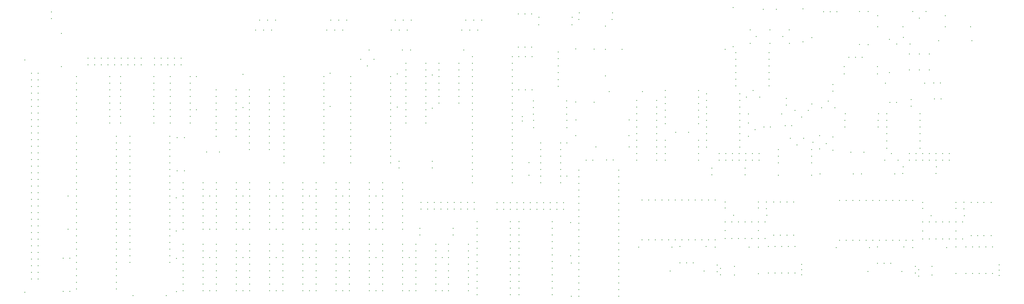
<source format=gbo>
%TF.GenerationSoftware,KiCad,Pcbnew,8.0.6+1*%
%TF.CreationDate,2024-12-23T15:37:46+01:00*%
%TF.ProjectId,Issue_6,49737375-655f-4362-9e6b-696361645f70,0*%
%TF.SameCoordinates,Original*%
%TF.FileFunction,Legend,Bot*%
%TF.FilePolarity,Positive*%
%FSLAX46Y46*%
G04 Gerber Fmt 4.6, Leading zero omitted, Abs format (unit mm)*
G04 Created by KiCad (PCBNEW 8.0.6+1) date 2024-12-23 15:37:46*
%MOMM*%
%LPD*%
G01*
G04 APERTURE LIST*
%ADD10C,0.350000*%
G04 APERTURE END LIST*
D10*
X344805000Y-94488000D03*
X344805000Y-107061000D03*
X85725000Y-114845000D03*
X85725000Y-112305000D03*
X83185000Y-114845000D03*
X83185000Y-112305000D03*
X80645000Y-114845000D03*
X80645000Y-112305000D03*
X78105000Y-114845000D03*
X78105000Y-112305000D03*
X75565000Y-114845000D03*
X75565000Y-112305000D03*
X70485000Y-114845000D03*
X70485000Y-112305000D03*
X67945000Y-114845000D03*
X67945000Y-112305000D03*
X65405000Y-114845000D03*
X65405000Y-112305000D03*
X62865000Y-114845000D03*
X62865000Y-112305000D03*
X60325000Y-114845000D03*
X60325000Y-112305000D03*
X57785000Y-114845000D03*
X57785000Y-112305000D03*
X55245000Y-114845000D03*
X55245000Y-112305000D03*
X52705000Y-114845000D03*
X52705000Y-112305000D03*
X50165000Y-114845000D03*
X50165000Y-112305000D03*
X323215000Y-106045000D03*
X323215000Y-93472000D03*
X351703000Y-96092000D03*
X351703000Y-100283000D03*
X361355000Y-100283000D03*
X377571000Y-96092000D03*
X377571000Y-100283000D03*
X387223000Y-100283000D03*
X276225000Y-190683000D03*
X278765000Y-190683000D03*
X281305000Y-190683000D03*
X58420000Y-137160000D03*
X45720000Y-137160000D03*
X358902000Y-129286000D03*
X356402000Y-129286000D03*
X297585000Y-115310000D03*
X310285000Y-115310000D03*
X211455000Y-185039000D03*
X198755000Y-185039000D03*
X283337000Y-137414000D03*
X270637000Y-137414000D03*
X347980000Y-193929000D03*
X360934000Y-193929000D03*
X227457000Y-182499000D03*
X214757000Y-182499000D03*
X368935000Y-175006000D03*
X371475000Y-175006000D03*
X374015000Y-175006000D03*
X376555000Y-175006000D03*
X379095000Y-175006000D03*
X381635000Y-175006000D03*
X384175000Y-175006000D03*
X244094000Y-146304000D03*
X256794000Y-146304000D03*
X233045000Y-138938000D03*
X220345000Y-138938000D03*
X227457000Y-195199000D03*
X214757000Y-195199000D03*
X398145000Y-191453000D03*
X398145000Y-193453000D03*
X398145000Y-195453000D03*
X227457000Y-185039000D03*
X214757000Y-185039000D03*
X137287000Y-160020000D03*
X137287000Y-162560000D03*
X137287000Y-165100000D03*
X137287000Y-167640000D03*
X137287000Y-170180000D03*
X137287000Y-172720000D03*
X137287000Y-175260000D03*
X137287000Y-177800000D03*
X144907000Y-177800000D03*
X144907000Y-175260000D03*
X144907000Y-172720000D03*
X144907000Y-170180000D03*
X144907000Y-167640000D03*
X144907000Y-165100000D03*
X144907000Y-162560000D03*
X144907000Y-160020000D03*
X235077000Y-96647000D03*
X222377000Y-96647000D03*
X373166000Y-121793000D03*
X375666000Y-121793000D03*
X75311000Y-134620000D03*
X62611000Y-134620000D03*
X306197000Y-167386000D03*
X293497000Y-167386000D03*
X147447000Y-201295000D03*
X147447000Y-188595000D03*
X290449000Y-191516000D03*
X290449000Y-191516000D03*
X291719000Y-192786000D03*
X291719000Y-192786000D03*
X290449000Y-194056000D03*
X290449000Y-194056000D03*
X291719000Y-195199000D03*
X291719000Y-195199000D03*
X355219000Y-141224000D03*
X367919000Y-141224000D03*
X286385000Y-143764000D03*
X299085000Y-143764000D03*
X234950000Y-99568000D03*
X222250000Y-99568000D03*
X319659000Y-180086000D03*
X319659000Y-167386000D03*
X329565000Y-147066000D03*
X327025000Y-144526000D03*
X329565000Y-141986000D03*
X297585000Y-120390000D03*
X310285000Y-120390000D03*
X220218000Y-128651000D03*
X232918000Y-128651000D03*
X227457000Y-197739000D03*
X214757000Y-197739000D03*
X175387000Y-183515000D03*
X175387000Y-186055000D03*
X175387000Y-188595000D03*
X175387000Y-191135000D03*
X175387000Y-193675000D03*
X175387000Y-196215000D03*
X175387000Y-198755000D03*
X175387000Y-201295000D03*
X183007000Y-201295000D03*
X183007000Y-198755000D03*
X183007000Y-196215000D03*
X183007000Y-193675000D03*
X183007000Y-191135000D03*
X183007000Y-188595000D03*
X183007000Y-186055000D03*
X183007000Y-183515000D03*
X217170000Y-124460000D03*
X217170000Y-111760000D03*
X326517000Y-152400000D03*
X313817000Y-152400000D03*
X313817000Y-149860000D03*
X326517000Y-149860000D03*
X315087000Y-133705600D03*
X302387000Y-133705600D03*
X137287000Y-183515000D03*
X137287000Y-186055000D03*
X137287000Y-188595000D03*
X137287000Y-191135000D03*
X137287000Y-193675000D03*
X137287000Y-196215000D03*
X137287000Y-198755000D03*
X137287000Y-201295000D03*
X144907000Y-201295000D03*
X144907000Y-198755000D03*
X144907000Y-196215000D03*
X144907000Y-193675000D03*
X144907000Y-191135000D03*
X144907000Y-188595000D03*
X144907000Y-186055000D03*
X144907000Y-183515000D03*
X96647000Y-201295000D03*
X96647000Y-188595000D03*
X395097000Y-180213000D03*
X395097000Y-167513000D03*
X288417000Y-156972000D03*
X301117000Y-156972000D03*
X326567800Y-104444800D03*
X326567800Y-129844800D03*
X172847000Y-201295000D03*
X172847000Y-188595000D03*
X192913000Y-101600000D03*
X194437000Y-97790000D03*
X195961000Y-101600000D03*
X197485000Y-97790000D03*
X199009000Y-101600000D03*
X200533000Y-97790000D03*
X309245000Y-167335200D03*
X309245000Y-169875200D03*
X40005000Y-115570000D03*
X40005000Y-102870000D03*
X306197000Y-184650000D03*
X306197000Y-194810000D03*
X370205000Y-94488000D03*
X367665000Y-97028000D03*
X365125000Y-94488000D03*
X181610000Y-118745000D03*
X181610000Y-131445000D03*
X219583000Y-95377000D03*
X219583000Y-108077000D03*
X291211000Y-148844000D03*
X293751000Y-148844000D03*
X296291000Y-148844000D03*
X298831000Y-148844000D03*
X301371000Y-148844000D03*
X303911000Y-148844000D03*
X306451000Y-148844000D03*
X291211000Y-151384000D03*
X293751000Y-151384000D03*
X296291000Y-151384000D03*
X298831000Y-151384000D03*
X301371000Y-151384000D03*
X303911000Y-151384000D03*
X306451000Y-151384000D03*
X211455000Y-182499000D03*
X198755000Y-182499000D03*
X308269000Y-138684000D03*
X310769000Y-138684000D03*
X312039000Y-180086000D03*
X312039000Y-167386000D03*
X75184000Y-129540000D03*
X62484000Y-129540000D03*
X368935000Y-169799000D03*
X381635000Y-169799000D03*
X286385000Y-138684000D03*
X299085000Y-138684000D03*
X214757000Y-179959000D03*
X227457000Y-179959000D03*
X270637000Y-124714000D03*
X283337000Y-124714000D03*
X334645000Y-147574000D03*
X332105000Y-145034000D03*
X334645000Y-142494000D03*
X45720000Y-142240000D03*
X45720000Y-144780000D03*
X45720000Y-147320000D03*
X45720000Y-149860000D03*
X45720000Y-152400000D03*
X45720000Y-154940000D03*
X45720000Y-157480000D03*
X45720000Y-160020000D03*
X45720000Y-162560000D03*
X45720000Y-165100000D03*
X45720000Y-167640000D03*
X45720000Y-170180000D03*
X45720000Y-172720000D03*
X45720000Y-175260000D03*
X45720000Y-177800000D03*
X45720000Y-180340000D03*
X45720000Y-182880000D03*
X45720000Y-185420000D03*
X45720000Y-187960000D03*
X45720000Y-190500000D03*
X45720000Y-193040000D03*
X45720000Y-195580000D03*
X45720000Y-198120000D03*
X45720000Y-200660000D03*
X60960000Y-200660000D03*
X60960000Y-198120000D03*
X60960000Y-195580000D03*
X60960000Y-193040000D03*
X60960000Y-190500000D03*
X60960000Y-187960000D03*
X60960000Y-185420000D03*
X60960000Y-182880000D03*
X60960000Y-180340000D03*
X60960000Y-177800000D03*
X60960000Y-175260000D03*
X60960000Y-172720000D03*
X60960000Y-170180000D03*
X60960000Y-167640000D03*
X60960000Y-165100000D03*
X60960000Y-162560000D03*
X60960000Y-160020000D03*
X60960000Y-157480000D03*
X60960000Y-154940000D03*
X60960000Y-152400000D03*
X60960000Y-149860000D03*
X60960000Y-147320000D03*
X60960000Y-144780000D03*
X60960000Y-142240000D03*
X361442000Y-153924000D03*
X374142000Y-153924000D03*
X259715000Y-128524000D03*
X259715000Y-131064000D03*
X259715000Y-133604000D03*
X259715000Y-136144000D03*
X259715000Y-138684000D03*
X259715000Y-141224000D03*
X259715000Y-143764000D03*
X259715000Y-146304000D03*
X259715000Y-148844000D03*
X259715000Y-151384000D03*
X267335000Y-151384000D03*
X267335000Y-148844000D03*
X267335000Y-146304000D03*
X267335000Y-143764000D03*
X267335000Y-141224000D03*
X267335000Y-138684000D03*
X267335000Y-136144000D03*
X267335000Y-133604000D03*
X267335000Y-131064000D03*
X267335000Y-128524000D03*
X185420000Y-201295000D03*
X185420000Y-188595000D03*
X141351000Y-101600000D03*
X142875000Y-97790000D03*
X144399000Y-101600000D03*
X145923000Y-97790000D03*
X147447000Y-101600000D03*
X148971000Y-97790000D03*
X302641000Y-184658000D03*
X289687000Y-184658000D03*
X270637000Y-143764000D03*
X283337000Y-143764000D03*
X364490000Y-128207888D03*
X364490000Y-130707888D03*
X227457000Y-202819000D03*
X214757000Y-202819000D03*
X306197000Y-178308000D03*
X293497000Y-178308000D03*
X345567000Y-156591000D03*
X358267000Y-156591000D03*
X237744000Y-94996000D03*
X250444000Y-94996000D03*
X227457000Y-190119000D03*
X214757000Y-190119000D03*
X297585000Y-117850000D03*
X310285000Y-117850000D03*
X142621000Y-118110000D03*
X142621000Y-130810000D03*
X216027000Y-136398000D03*
X216027000Y-134698000D03*
X369697000Y-121920000D03*
X354697000Y-121920000D03*
X355219000Y-144018000D03*
X367919000Y-144018000D03*
X75184000Y-131953000D03*
X62484000Y-131953000D03*
X270637000Y-129674000D03*
X283337000Y-129674000D03*
X261874000Y-125095000D03*
X249174000Y-125095000D03*
X315087000Y-184404000D03*
X315087000Y-194564000D03*
X368935000Y-181483000D03*
X371475000Y-181483000D03*
X374015000Y-181483000D03*
X376555000Y-181483000D03*
X379095000Y-181483000D03*
X381635000Y-181483000D03*
X384175000Y-181483000D03*
X387731000Y-105664000D03*
X375031000Y-105664000D03*
X220218000Y-131191000D03*
X232918000Y-131191000D03*
X160147000Y-177800000D03*
X160147000Y-165100000D03*
X217043000Y-108077000D03*
X217043000Y-95377000D03*
X184150000Y-114300000D03*
X184150000Y-116840000D03*
X184150000Y-119380000D03*
X184150000Y-121920000D03*
X184150000Y-124460000D03*
X184150000Y-127000000D03*
X184150000Y-129540000D03*
X191770000Y-129540000D03*
X191770000Y-127000000D03*
X191770000Y-124460000D03*
X191770000Y-121920000D03*
X191770000Y-119380000D03*
X191770000Y-116840000D03*
X191770000Y-114300000D03*
X339217000Y-136144000D03*
X351917000Y-136144000D03*
X124968000Y-119380000D03*
X124968000Y-121920000D03*
X124968000Y-124460000D03*
X124968000Y-127000000D03*
X124968000Y-129540000D03*
X124968000Y-132080000D03*
X124968000Y-134620000D03*
X124968000Y-137160000D03*
X124968000Y-139700000D03*
X124968000Y-142240000D03*
X124968000Y-144780000D03*
X124968000Y-147320000D03*
X124968000Y-149860000D03*
X124968000Y-152400000D03*
X140208000Y-152400000D03*
X140208000Y-149860000D03*
X140208000Y-147320000D03*
X140208000Y-144780000D03*
X140208000Y-142240000D03*
X140208000Y-139700000D03*
X140208000Y-137160000D03*
X140208000Y-134620000D03*
X140208000Y-132080000D03*
X140208000Y-129540000D03*
X140208000Y-127000000D03*
X140208000Y-124460000D03*
X140208000Y-121920000D03*
X140208000Y-119380000D03*
X99187000Y-183515000D03*
X99187000Y-186055000D03*
X99187000Y-188595000D03*
X99187000Y-191135000D03*
X99187000Y-193675000D03*
X99187000Y-196215000D03*
X99187000Y-198755000D03*
X99187000Y-201295000D03*
X106807000Y-201295000D03*
X106807000Y-198755000D03*
X106807000Y-196215000D03*
X106807000Y-193675000D03*
X106807000Y-191135000D03*
X106807000Y-188595000D03*
X106807000Y-186055000D03*
X106807000Y-183515000D03*
X270637000Y-132214000D03*
X283337000Y-132214000D03*
X385445000Y-194691000D03*
X385445000Y-184531000D03*
X338963000Y-115570000D03*
X351663000Y-115570000D03*
X326517000Y-147320000D03*
X313817000Y-147320000D03*
X198755000Y-190119000D03*
X211455000Y-190119000D03*
X75311000Y-127000000D03*
X62611000Y-127000000D03*
X111887000Y-160020000D03*
X111887000Y-162560000D03*
X111887000Y-165100000D03*
X111887000Y-167640000D03*
X111887000Y-170180000D03*
X111887000Y-172720000D03*
X111887000Y-175260000D03*
X111887000Y-177800000D03*
X119507000Y-177800000D03*
X119507000Y-175260000D03*
X119507000Y-172720000D03*
X119507000Y-170180000D03*
X119507000Y-167640000D03*
X119507000Y-165100000D03*
X119507000Y-162560000D03*
X119507000Y-160020000D03*
X286385000Y-131064000D03*
X299085000Y-131064000D03*
X345821000Y-112014000D03*
X343281000Y-112014000D03*
X340741000Y-112014000D03*
X320167000Y-194564000D03*
X320167000Y-184404000D03*
X293497000Y-175006000D03*
X296037000Y-175006000D03*
X298577000Y-175006000D03*
X301117000Y-175006000D03*
X303657000Y-175006000D03*
X306197000Y-175006000D03*
X308737000Y-175006000D03*
X114173000Y-101600000D03*
X115697000Y-97790000D03*
X117221000Y-101600000D03*
X118745000Y-97790000D03*
X120269000Y-101600000D03*
X121793000Y-97790000D03*
X310261000Y-112770000D03*
X297561000Y-112770000D03*
X283337000Y-151384000D03*
X270637000Y-151384000D03*
X234442000Y-175260000D03*
X234442000Y-187960000D03*
X395605000Y-194691000D03*
X395605000Y-184531000D03*
X314579000Y-180086000D03*
X314579000Y-167386000D03*
X297053000Y-192024000D03*
X297053000Y-195326000D03*
X36195000Y-97155000D03*
X36195000Y-94615000D03*
X211455000Y-177419000D03*
X198755000Y-177419000D03*
X198755000Y-195199000D03*
X211455000Y-195199000D03*
X58420000Y-132080000D03*
X45720000Y-132080000D03*
X176911000Y-177419000D03*
X189611000Y-177419000D03*
X299085000Y-136144000D03*
X286385000Y-136144000D03*
X240411000Y-151384000D03*
X242951000Y-151384000D03*
X223012000Y-144780000D03*
X223012000Y-147320000D03*
X223012000Y-149860000D03*
X223012000Y-152400000D03*
X223012000Y-154940000D03*
X223012000Y-157480000D03*
X223012000Y-160020000D03*
X230632000Y-160020000D03*
X230632000Y-157480000D03*
X230632000Y-154940000D03*
X230632000Y-152400000D03*
X230632000Y-149860000D03*
X230632000Y-147320000D03*
X230632000Y-144780000D03*
X381635000Y-167513000D03*
X368935000Y-167513000D03*
X81534000Y-119380000D03*
X81534000Y-121920000D03*
X81534000Y-124460000D03*
X81534000Y-127000000D03*
X81534000Y-129540000D03*
X81534000Y-132080000D03*
X81534000Y-134620000D03*
X81534000Y-137160000D03*
X89154000Y-137160000D03*
X89154000Y-134620000D03*
X89154000Y-132080000D03*
X89154000Y-129540000D03*
X89154000Y-127000000D03*
X89154000Y-124460000D03*
X89154000Y-121920000D03*
X89154000Y-119380000D03*
X337185000Y-181991000D03*
X339725000Y-181991000D03*
X342265000Y-181991000D03*
X344805000Y-181991000D03*
X347345000Y-181991000D03*
X349885000Y-181991000D03*
X352425000Y-181991000D03*
X354965000Y-181991000D03*
X357505000Y-181991000D03*
X360045000Y-181991000D03*
X362585000Y-181991000D03*
X365125000Y-181991000D03*
X365125000Y-166751000D03*
X362585000Y-166751000D03*
X360045000Y-166751000D03*
X357505000Y-166751000D03*
X354965000Y-166751000D03*
X352425000Y-166751000D03*
X349885000Y-166751000D03*
X347345000Y-166751000D03*
X344805000Y-166751000D03*
X342265000Y-166751000D03*
X339725000Y-166751000D03*
X337185000Y-166751000D03*
X313055000Y-93585000D03*
X308055000Y-93585000D03*
X303102000Y-101459000D03*
X310595000Y-101459000D03*
X317961000Y-101459000D03*
X305388000Y-103999000D03*
X315548000Y-103999000D03*
X303055000Y-106666000D03*
X318055000Y-106666000D03*
X310555000Y-106666000D03*
X354457000Y-151384000D03*
X356997000Y-148844000D03*
X359537000Y-151384000D03*
X355219000Y-133604000D03*
X367919000Y-133604000D03*
X335915000Y-184785000D03*
X348615000Y-184785000D03*
X162687000Y-160020000D03*
X162687000Y-162560000D03*
X162687000Y-165100000D03*
X162687000Y-167640000D03*
X162687000Y-170180000D03*
X162687000Y-172720000D03*
X162687000Y-175260000D03*
X162687000Y-177800000D03*
X170307000Y-177800000D03*
X170307000Y-175260000D03*
X170307000Y-172720000D03*
X170307000Y-170180000D03*
X170307000Y-167640000D03*
X170307000Y-165100000D03*
X170307000Y-162560000D03*
X170307000Y-160020000D03*
X170180000Y-109220000D03*
X157480000Y-109220000D03*
X336169000Y-94570000D03*
X333629000Y-94570000D03*
X331089000Y-94570000D03*
X147447000Y-177800000D03*
X147447000Y-165100000D03*
X338963000Y-118364000D03*
X351663000Y-118364000D03*
X309372000Y-172466000D03*
X296672000Y-172466000D03*
X322707000Y-191262000D03*
X322707000Y-193262000D03*
X322707000Y-195262000D03*
X220218000Y-133731000D03*
X232918000Y-133731000D03*
X373420000Y-127889000D03*
X375920000Y-127889000D03*
X351663000Y-190810000D03*
X354203000Y-190810000D03*
X356743000Y-190810000D03*
X149987000Y-160020000D03*
X149987000Y-162560000D03*
X149987000Y-165100000D03*
X149987000Y-167640000D03*
X149987000Y-170180000D03*
X149987000Y-172720000D03*
X149987000Y-175260000D03*
X149987000Y-177800000D03*
X157607000Y-177800000D03*
X157607000Y-175260000D03*
X157607000Y-172720000D03*
X157607000Y-170180000D03*
X157607000Y-167640000D03*
X157607000Y-165100000D03*
X157607000Y-162560000D03*
X157607000Y-160020000D03*
X86487000Y-183515000D03*
X86487000Y-186055000D03*
X86487000Y-188595000D03*
X86487000Y-191135000D03*
X86487000Y-193675000D03*
X86487000Y-196215000D03*
X86487000Y-198755000D03*
X86487000Y-201295000D03*
X94107000Y-201295000D03*
X94107000Y-198755000D03*
X94107000Y-196215000D03*
X94107000Y-193675000D03*
X94107000Y-191135000D03*
X94107000Y-188595000D03*
X94107000Y-186055000D03*
X94107000Y-183515000D03*
X243459000Y-129159000D03*
X243459000Y-108839000D03*
X261747000Y-181864000D03*
X264287000Y-181864000D03*
X266827000Y-181864000D03*
X269367000Y-181864000D03*
X271907000Y-181864000D03*
X274447000Y-181864000D03*
X276987000Y-181864000D03*
X279527000Y-181864000D03*
X282067000Y-181864000D03*
X284607000Y-181864000D03*
X287147000Y-181864000D03*
X289687000Y-181864000D03*
X289687000Y-166624000D03*
X287147000Y-166624000D03*
X284607000Y-166624000D03*
X282067000Y-166624000D03*
X279527000Y-166624000D03*
X276987000Y-166624000D03*
X274447000Y-166624000D03*
X271907000Y-166624000D03*
X269367000Y-166624000D03*
X266827000Y-166624000D03*
X264287000Y-166624000D03*
X261747000Y-166624000D03*
X288417000Y-154432000D03*
X301117000Y-154432000D03*
X75311000Y-121920000D03*
X62611000Y-121920000D03*
X310007000Y-194564000D03*
X310007000Y-184404000D03*
X286385000Y-133604000D03*
X299085000Y-133604000D03*
X214503000Y-108077000D03*
X214503000Y-95377000D03*
X293497000Y-169672000D03*
X306197000Y-169672000D03*
X341503000Y-148336000D03*
X346503000Y-148336000D03*
X256717800Y-141986000D03*
X236397800Y-141986000D03*
X297585000Y-122930000D03*
X310285000Y-122930000D03*
X270637000Y-134874000D03*
X283337000Y-134874000D03*
X160147000Y-201295000D03*
X160147000Y-188595000D03*
X325247000Y-132334000D03*
X322707000Y-134874000D03*
X320167000Y-132334000D03*
X214757000Y-177419000D03*
X227457000Y-177419000D03*
X384683000Y-167487600D03*
X384683000Y-170027600D03*
X286385000Y-141224000D03*
X299085000Y-141224000D03*
X196977000Y-111760000D03*
X196977000Y-114300000D03*
X196977000Y-116840000D03*
X196977000Y-119380000D03*
X196977000Y-121920000D03*
X196977000Y-124460000D03*
X196977000Y-127000000D03*
X196977000Y-129540000D03*
X196977000Y-132080000D03*
X196977000Y-134620000D03*
X196977000Y-137160000D03*
X196977000Y-139700000D03*
X196977000Y-142240000D03*
X196977000Y-144780000D03*
X196977000Y-147320000D03*
X196977000Y-149860000D03*
X196977000Y-152400000D03*
X196977000Y-154940000D03*
X196977000Y-157480000D03*
X196977000Y-160020000D03*
X212217000Y-160020000D03*
X212217000Y-157480000D03*
X212217000Y-154940000D03*
X212217000Y-152400000D03*
X212217000Y-149860000D03*
X212217000Y-147320000D03*
X212217000Y-144780000D03*
X212217000Y-142240000D03*
X212217000Y-139700000D03*
X212217000Y-137160000D03*
X212217000Y-134620000D03*
X212217000Y-132080000D03*
X212217000Y-129540000D03*
X212217000Y-127000000D03*
X212217000Y-124460000D03*
X212217000Y-121920000D03*
X212217000Y-119380000D03*
X212217000Y-116840000D03*
X212217000Y-114300000D03*
X212217000Y-111760000D03*
X302387000Y-137160000D03*
X304927000Y-139700000D03*
X302387000Y-142240000D03*
X270637000Y-148844000D03*
X283337000Y-148844000D03*
X250698000Y-151257000D03*
X248158000Y-151257000D03*
X272479888Y-193802000D03*
X285433888Y-193802000D03*
X214757000Y-174879000D03*
X227457000Y-174879000D03*
X181610000Y-151765000D03*
X168910000Y-151765000D03*
X219710000Y-124460000D03*
X219710000Y-111760000D03*
X181610000Y-154305000D03*
X168910000Y-154305000D03*
X279527000Y-140716000D03*
X274647000Y-140716000D03*
X122047000Y-177800000D03*
X122047000Y-165100000D03*
X384810000Y-172593000D03*
X372110000Y-172593000D03*
X177292000Y-170120000D03*
X177292000Y-167580000D03*
X179832000Y-170120000D03*
X179832000Y-167580000D03*
X182372000Y-170120000D03*
X182372000Y-167580000D03*
X184912000Y-170120000D03*
X184912000Y-167580000D03*
X187452000Y-170120000D03*
X187452000Y-167580000D03*
X189992000Y-170120000D03*
X189992000Y-167580000D03*
X192532000Y-170120000D03*
X192532000Y-167580000D03*
X195072000Y-170120000D03*
X195072000Y-167580000D03*
X197612000Y-170120000D03*
X197612000Y-167580000D03*
X313817000Y-157099000D03*
X326517000Y-157099000D03*
X361696000Y-184531000D03*
X351696000Y-184531000D03*
X286225000Y-184404000D03*
X276225000Y-184404000D03*
X109347000Y-201295000D03*
X109347000Y-188595000D03*
X381635000Y-178435000D03*
X368935000Y-178435000D03*
X198755000Y-202819000D03*
X211455000Y-202819000D03*
X260477000Y-184658000D03*
X273177000Y-184658000D03*
X176911000Y-179959000D03*
X189611000Y-179959000D03*
X214630000Y-111760000D03*
X214630000Y-124460000D03*
X165989000Y-101600000D03*
X167513000Y-97790000D03*
X169037000Y-101600000D03*
X170561000Y-97790000D03*
X172085000Y-101600000D03*
X173609000Y-97790000D03*
X124587000Y-160020000D03*
X124587000Y-162560000D03*
X124587000Y-165100000D03*
X124587000Y-167640000D03*
X124587000Y-170180000D03*
X124587000Y-172720000D03*
X124587000Y-175260000D03*
X124587000Y-177800000D03*
X132207000Y-177800000D03*
X132207000Y-175260000D03*
X132207000Y-172720000D03*
X132207000Y-170180000D03*
X132207000Y-167640000D03*
X132207000Y-165100000D03*
X132207000Y-162560000D03*
X132207000Y-160020000D03*
X387985000Y-194691000D03*
X387985000Y-184531000D03*
X351917000Y-138684000D03*
X339217000Y-138684000D03*
X111887000Y-183515000D03*
X111887000Y-186055000D03*
X111887000Y-188595000D03*
X111887000Y-191135000D03*
X111887000Y-193675000D03*
X111887000Y-196215000D03*
X111887000Y-198755000D03*
X111887000Y-201295000D03*
X119507000Y-201295000D03*
X119507000Y-198755000D03*
X119507000Y-196215000D03*
X119507000Y-193675000D03*
X119507000Y-191135000D03*
X119507000Y-188595000D03*
X119507000Y-186055000D03*
X119507000Y-183515000D03*
X86487000Y-160020000D03*
X86487000Y-162560000D03*
X86487000Y-165100000D03*
X86487000Y-167640000D03*
X86487000Y-170180000D03*
X86487000Y-172720000D03*
X86487000Y-175260000D03*
X86487000Y-177800000D03*
X94107000Y-177800000D03*
X94107000Y-175260000D03*
X94107000Y-172720000D03*
X94107000Y-170180000D03*
X94107000Y-167640000D03*
X94107000Y-165100000D03*
X94107000Y-162560000D03*
X94107000Y-160020000D03*
X229743000Y-112522000D03*
X229743000Y-109982000D03*
X198755000Y-192659000D03*
X211455000Y-192659000D03*
X387477000Y-180213000D03*
X387477000Y-167513000D03*
X299085000Y-146354800D03*
X286385000Y-146354800D03*
X323469000Y-143002000D03*
X320929000Y-145542000D03*
X318389000Y-143002000D03*
X26035000Y-201940000D03*
X26035000Y-113040000D03*
X28575000Y-196850000D03*
X28575000Y-194310000D03*
X28575000Y-191770000D03*
X28575000Y-189230000D03*
X28575000Y-186690000D03*
X28575000Y-184150000D03*
X28575000Y-181610000D03*
X28575000Y-179070000D03*
X28575000Y-176530000D03*
X28575000Y-173990000D03*
X28575000Y-171450000D03*
X28575000Y-168910000D03*
X28575000Y-166370000D03*
X28575000Y-163830000D03*
X28575000Y-161290000D03*
X28575000Y-158750000D03*
X28575000Y-156210000D03*
X28575000Y-153670000D03*
X28575000Y-151130000D03*
X28575000Y-148590000D03*
X28575000Y-146050000D03*
X28575000Y-143510000D03*
X28575000Y-140970000D03*
X28575000Y-138430000D03*
X28575000Y-135890000D03*
X28575000Y-133350000D03*
X28575000Y-130810000D03*
X28575000Y-128270000D03*
X28575000Y-125730000D03*
X28575000Y-123190000D03*
X28575000Y-120650000D03*
X28575000Y-118110000D03*
X31115000Y-196850000D03*
X31115000Y-194310000D03*
X31115000Y-191770000D03*
X31115000Y-189230000D03*
X31115000Y-186690000D03*
X31115000Y-184150000D03*
X31115000Y-181610000D03*
X31115000Y-179070000D03*
X31115000Y-176530000D03*
X31115000Y-173990000D03*
X31115000Y-171450000D03*
X31115000Y-168910000D03*
X31115000Y-166370000D03*
X31115000Y-163830000D03*
X31115000Y-161290000D03*
X31115000Y-158750000D03*
X31115000Y-156210000D03*
X31115000Y-153670000D03*
X31115000Y-151130000D03*
X31115000Y-148590000D03*
X31115000Y-146050000D03*
X31115000Y-143510000D03*
X31115000Y-140970000D03*
X31115000Y-138430000D03*
X31115000Y-135890000D03*
X31115000Y-133350000D03*
X31115000Y-130810000D03*
X31115000Y-128270000D03*
X31115000Y-125730000D03*
X31115000Y-123190000D03*
X31115000Y-120650000D03*
X31115000Y-118110000D03*
X83820000Y-178435000D03*
X83820000Y-165735000D03*
X198755000Y-197739000D03*
X211455000Y-197739000D03*
X124587000Y-183515000D03*
X124587000Y-186055000D03*
X124587000Y-188595000D03*
X124587000Y-191135000D03*
X124587000Y-193675000D03*
X124587000Y-196215000D03*
X124587000Y-198755000D03*
X124587000Y-201295000D03*
X132207000Y-201295000D03*
X132207000Y-198755000D03*
X132207000Y-196215000D03*
X132207000Y-193675000D03*
X132207000Y-191135000D03*
X132207000Y-188595000D03*
X132207000Y-186055000D03*
X132207000Y-183515000D03*
X227457000Y-192659000D03*
X214757000Y-192659000D03*
X233045000Y-136144000D03*
X220345000Y-136144000D03*
X299085000Y-128524000D03*
X286385000Y-128524000D03*
X312547000Y-194564000D03*
X312547000Y-184404000D03*
X378079000Y-184785000D03*
X365125000Y-184785000D03*
X75311000Y-137160000D03*
X62611000Y-137160000D03*
X40640000Y-188849000D03*
X40640000Y-201549000D03*
X45720000Y-134620000D03*
X58420000Y-134620000D03*
X58420000Y-124460000D03*
X45720000Y-124460000D03*
X392303000Y-180213000D03*
X392303000Y-167513000D03*
X109347000Y-118491000D03*
X109347000Y-131191000D03*
X150495000Y-119380000D03*
X150495000Y-121920000D03*
X150495000Y-124460000D03*
X150495000Y-127000000D03*
X150495000Y-129540000D03*
X150495000Y-132080000D03*
X150495000Y-134620000D03*
X150495000Y-137160000D03*
X150495000Y-139700000D03*
X150495000Y-142240000D03*
X150495000Y-144780000D03*
X150495000Y-147320000D03*
X150495000Y-149860000D03*
X150495000Y-152400000D03*
X165735000Y-152400000D03*
X165735000Y-149860000D03*
X165735000Y-147320000D03*
X165735000Y-144780000D03*
X165735000Y-142240000D03*
X165735000Y-139700000D03*
X165735000Y-137160000D03*
X165735000Y-134620000D03*
X165735000Y-132080000D03*
X165735000Y-129540000D03*
X165735000Y-127000000D03*
X165735000Y-124460000D03*
X165735000Y-121920000D03*
X165735000Y-119380000D03*
X355219000Y-138684000D03*
X367919000Y-138684000D03*
X168275000Y-118364000D03*
X168275000Y-131064000D03*
X317119000Y-180086000D03*
X317119000Y-167386000D03*
X317627000Y-184404000D03*
X317627000Y-194564000D03*
X334645000Y-122428000D03*
X334645000Y-124968000D03*
X361315000Y-156464000D03*
X374015000Y-156464000D03*
X211455000Y-174879000D03*
X198755000Y-174879000D03*
X198755000Y-200279000D03*
X211455000Y-200279000D03*
X234696000Y-190754000D03*
X234696000Y-203454000D03*
X99187000Y-160020000D03*
X99187000Y-162560000D03*
X99187000Y-165100000D03*
X99187000Y-167640000D03*
X99187000Y-170180000D03*
X99187000Y-172720000D03*
X99187000Y-175260000D03*
X99187000Y-177800000D03*
X106807000Y-177800000D03*
X106807000Y-175260000D03*
X106807000Y-172720000D03*
X106807000Y-170180000D03*
X106807000Y-167640000D03*
X106807000Y-165100000D03*
X106807000Y-162560000D03*
X106807000Y-160020000D03*
X86995000Y-142748000D03*
X86995000Y-155448000D03*
X389890000Y-180213000D03*
X389890000Y-167513000D03*
X393065000Y-184531000D03*
X393065000Y-194691000D03*
X122047000Y-201295000D03*
X122047000Y-188595000D03*
X390525000Y-184531000D03*
X390525000Y-194691000D03*
X366141000Y-192024000D03*
X366141000Y-192024000D03*
X367411000Y-193294000D03*
X367411000Y-193294000D03*
X366141000Y-194564000D03*
X366141000Y-194564000D03*
X367411000Y-195707000D03*
X367411000Y-195707000D03*
X58420000Y-129540000D03*
X45720000Y-129540000D03*
X374142000Y-153924000D03*
X361442000Y-153924000D03*
X372491000Y-192024000D03*
X372491000Y-195326000D03*
X58420000Y-119380000D03*
X45720000Y-119380000D03*
X236397800Y-108813600D03*
X236397800Y-129133600D03*
X75311000Y-119380000D03*
X62611000Y-119380000D03*
X359029000Y-106934000D03*
X361569000Y-104394000D03*
X364109000Y-106934000D03*
X297585000Y-110230000D03*
X310285000Y-110230000D03*
X134747000Y-177800000D03*
X134747000Y-165100000D03*
X316397000Y-138176000D03*
X318897000Y-138176000D03*
X80010000Y-203200000D03*
X67310000Y-203200000D03*
X293497000Y-181356000D03*
X296037000Y-181356000D03*
X298577000Y-181356000D03*
X301117000Y-181356000D03*
X303657000Y-181356000D03*
X306197000Y-181356000D03*
X308737000Y-181356000D03*
X218567000Y-157153000D03*
X218567000Y-152273000D03*
X111760000Y-124460000D03*
X111760000Y-127000000D03*
X111760000Y-129540000D03*
X111760000Y-132080000D03*
X111760000Y-134620000D03*
X111760000Y-137160000D03*
X111760000Y-139700000D03*
X111760000Y-142240000D03*
X111760000Y-144780000D03*
X111760000Y-147320000D03*
X119380000Y-147320000D03*
X119380000Y-144780000D03*
X119380000Y-142240000D03*
X119380000Y-139700000D03*
X119380000Y-137160000D03*
X119380000Y-134620000D03*
X119380000Y-132080000D03*
X119380000Y-129540000D03*
X119380000Y-127000000D03*
X119380000Y-124460000D03*
X66167000Y-142240000D03*
X66167000Y-144780000D03*
X66167000Y-147320000D03*
X66167000Y-149860000D03*
X66167000Y-152400000D03*
X66167000Y-154940000D03*
X66167000Y-157480000D03*
X66167000Y-160020000D03*
X66167000Y-162560000D03*
X66167000Y-165100000D03*
X66167000Y-167640000D03*
X66167000Y-170180000D03*
X66167000Y-172720000D03*
X66167000Y-175260000D03*
X66167000Y-177800000D03*
X66167000Y-180340000D03*
X66167000Y-182880000D03*
X66167000Y-185420000D03*
X66167000Y-187960000D03*
X66167000Y-190500000D03*
X81407000Y-190500000D03*
X81407000Y-187960000D03*
X81407000Y-185420000D03*
X81407000Y-182880000D03*
X81407000Y-180340000D03*
X81407000Y-177800000D03*
X81407000Y-175260000D03*
X81407000Y-172720000D03*
X81407000Y-170180000D03*
X81407000Y-167640000D03*
X81407000Y-165100000D03*
X81407000Y-162560000D03*
X81407000Y-160020000D03*
X81407000Y-157480000D03*
X81407000Y-154940000D03*
X81407000Y-152400000D03*
X81407000Y-149860000D03*
X81407000Y-147320000D03*
X81407000Y-144780000D03*
X81407000Y-142240000D03*
X363855000Y-148844000D03*
X366395000Y-148844000D03*
X368935000Y-148844000D03*
X371475000Y-148844000D03*
X374015000Y-148844000D03*
X376555000Y-148844000D03*
X379095000Y-148844000D03*
X363855000Y-151384000D03*
X366395000Y-151384000D03*
X368935000Y-151384000D03*
X371475000Y-151384000D03*
X374015000Y-151384000D03*
X376555000Y-151384000D03*
X379095000Y-151384000D03*
X227457000Y-200279000D03*
X214757000Y-200279000D03*
X367919000Y-136144000D03*
X355219000Y-136144000D03*
X206375000Y-170180000D03*
X206375000Y-167640000D03*
X208915000Y-170180000D03*
X208915000Y-167640000D03*
X211455000Y-170180000D03*
X211455000Y-167640000D03*
X213995000Y-170180000D03*
X213995000Y-167640000D03*
X216535000Y-170180000D03*
X216535000Y-167640000D03*
X219075000Y-170180000D03*
X219075000Y-167640000D03*
X221615000Y-170180000D03*
X221615000Y-167640000D03*
X224155000Y-170180000D03*
X224155000Y-167640000D03*
X226695000Y-170180000D03*
X226695000Y-167640000D03*
X229235000Y-170180000D03*
X229235000Y-167640000D03*
X231775000Y-170180000D03*
X231775000Y-167640000D03*
X227457000Y-187579000D03*
X214757000Y-187579000D03*
X193675000Y-109220000D03*
X173355000Y-109220000D03*
X198755000Y-187579000D03*
X211455000Y-187579000D03*
X348107000Y-94488000D03*
X348107000Y-107188000D03*
X247777000Y-119126000D03*
X247777000Y-100076000D03*
X254127000Y-108966000D03*
X293497000Y-108966000D03*
X247777000Y-108966000D03*
X109347000Y-177800000D03*
X109347000Y-165100000D03*
X171577000Y-114300000D03*
X171577000Y-116840000D03*
X171577000Y-119380000D03*
X171577000Y-121920000D03*
X171577000Y-124460000D03*
X171577000Y-127000000D03*
X171577000Y-129540000D03*
X171577000Y-132080000D03*
X171577000Y-134620000D03*
X171577000Y-137160000D03*
X179197000Y-137160000D03*
X179197000Y-134620000D03*
X179197000Y-132080000D03*
X179197000Y-129540000D03*
X179197000Y-127000000D03*
X179197000Y-124460000D03*
X179197000Y-121920000D03*
X179197000Y-119380000D03*
X179197000Y-116840000D03*
X179197000Y-114300000D03*
X301625000Y-127254000D03*
X304165000Y-124714000D03*
X306705000Y-127254000D03*
X58420000Y-121920000D03*
X45720000Y-121920000D03*
X363855000Y-116840000D03*
X367665000Y-116840000D03*
X371475000Y-116840000D03*
X363855000Y-110744000D03*
X367665000Y-110744000D03*
X371475000Y-110744000D03*
X316865000Y-127762000D03*
X316865000Y-130262000D03*
X84201000Y-155448000D03*
X84201000Y-142748000D03*
X296545000Y-92964000D03*
X296545000Y-107950000D03*
X134747000Y-201295000D03*
X134747000Y-188595000D03*
X335407000Y-131318000D03*
X332867000Y-128778000D03*
X330327000Y-131318000D03*
X250317000Y-97536000D03*
X237617000Y-97536000D03*
X91567000Y-119380000D03*
X91567000Y-132080000D03*
X99060000Y-124460000D03*
X99060000Y-127000000D03*
X99060000Y-129540000D03*
X99060000Y-132080000D03*
X99060000Y-134620000D03*
X99060000Y-137160000D03*
X99060000Y-139700000D03*
X99060000Y-142240000D03*
X106680000Y-142240000D03*
X106680000Y-139700000D03*
X106680000Y-137160000D03*
X106680000Y-134620000D03*
X106680000Y-132080000D03*
X106680000Y-129540000D03*
X106680000Y-127000000D03*
X106680000Y-124460000D03*
X313817000Y-152400000D03*
X326517000Y-152400000D03*
X100330000Y-148209000D03*
X95450000Y-148209000D03*
X42545000Y-165100000D03*
X42545000Y-177800000D03*
X149987000Y-183515000D03*
X149987000Y-186055000D03*
X149987000Y-188595000D03*
X149987000Y-191135000D03*
X149987000Y-193675000D03*
X149987000Y-196215000D03*
X149987000Y-198755000D03*
X149987000Y-201295000D03*
X157607000Y-201295000D03*
X157607000Y-198755000D03*
X157607000Y-196215000D03*
X157607000Y-193675000D03*
X157607000Y-191135000D03*
X157607000Y-188595000D03*
X157607000Y-186055000D03*
X157607000Y-183515000D03*
X83947000Y-201676000D03*
X83947000Y-188976000D03*
X187833000Y-183515000D03*
X187833000Y-186055000D03*
X187833000Y-188595000D03*
X187833000Y-191135000D03*
X187833000Y-193675000D03*
X187833000Y-196215000D03*
X187833000Y-198755000D03*
X187833000Y-201295000D03*
X195453000Y-201295000D03*
X195453000Y-198755000D03*
X195453000Y-196215000D03*
X195453000Y-193675000D03*
X195453000Y-191135000D03*
X195453000Y-188595000D03*
X195453000Y-186055000D03*
X195453000Y-183515000D03*
X229743000Y-117856000D03*
X229743000Y-115316000D03*
X233045000Y-144780000D03*
X233045000Y-157480000D03*
X43180000Y-188849000D03*
X43180000Y-201549000D03*
X211455000Y-179959000D03*
X198755000Y-179959000D03*
X342392000Y-156591000D03*
X329692000Y-156591000D03*
X352044000Y-133604000D03*
X339344000Y-133604000D03*
X58420000Y-127000000D03*
X45720000Y-127000000D03*
X159385000Y-112776000D03*
X156845000Y-115316000D03*
X154305000Y-112776000D03*
X270637000Y-127254000D03*
X283337000Y-127254000D03*
X356235000Y-117856000D03*
X356235000Y-105156000D03*
X75311000Y-124460000D03*
X62611000Y-124460000D03*
X236474000Y-135947500D03*
X256794000Y-135947500D03*
X283337000Y-146304000D03*
X270637000Y-146304000D03*
X367919000Y-146812000D03*
X355219000Y-146812000D03*
X381635000Y-184531000D03*
X381635000Y-194691000D03*
X237617000Y-155194000D03*
X237617000Y-157734000D03*
X237617000Y-160274000D03*
X237617000Y-162814000D03*
X237617000Y-165354000D03*
X237617000Y-167894000D03*
X237617000Y-170434000D03*
X237617000Y-172974000D03*
X237617000Y-175514000D03*
X237617000Y-178054000D03*
X237617000Y-180594000D03*
X237617000Y-183134000D03*
X237617000Y-185674000D03*
X237617000Y-188214000D03*
X237617000Y-190754000D03*
X237617000Y-193294000D03*
X237617000Y-195834000D03*
X237617000Y-198374000D03*
X237617000Y-200914000D03*
X237617000Y-203454000D03*
X252857000Y-203454000D03*
X252857000Y-200914000D03*
X252857000Y-198374000D03*
X252857000Y-195834000D03*
X252857000Y-193294000D03*
X252857000Y-190754000D03*
X252857000Y-188214000D03*
X252857000Y-185674000D03*
X252857000Y-183134000D03*
X252857000Y-180594000D03*
X252857000Y-178054000D03*
X252857000Y-175514000D03*
X252857000Y-172974000D03*
X252857000Y-170434000D03*
X252857000Y-167894000D03*
X252857000Y-165354000D03*
X252857000Y-162814000D03*
X252857000Y-160274000D03*
X252857000Y-157734000D03*
X252857000Y-155194000D03*
X299085000Y-125984000D03*
X286385000Y-125984000D03*
X96647000Y-177800000D03*
X96647000Y-165100000D03*
X229743000Y-123063000D03*
X229743000Y-120523000D03*
X162687000Y-183515000D03*
X162687000Y-186055000D03*
X162687000Y-188595000D03*
X162687000Y-191135000D03*
X162687000Y-193675000D03*
X162687000Y-196215000D03*
X162687000Y-198755000D03*
X162687000Y-201295000D03*
X170307000Y-201295000D03*
X170307000Y-198755000D03*
X170307000Y-196215000D03*
X170307000Y-193675000D03*
X170307000Y-191135000D03*
X170307000Y-188595000D03*
X170307000Y-186055000D03*
X170307000Y-183515000D03*
M02*

</source>
